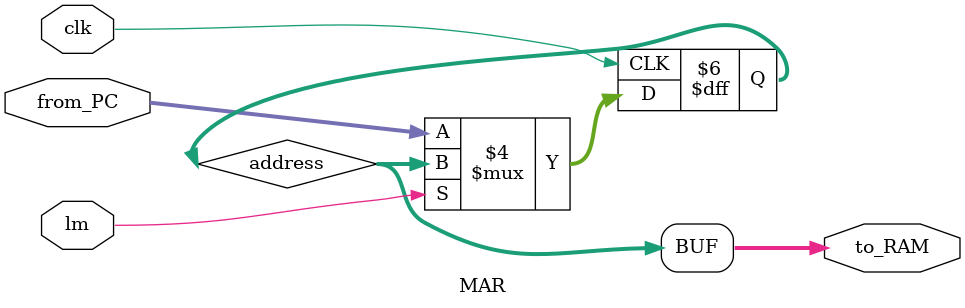
<source format=sv>

/*For the program counter, we will need a clock input as usual, a clear input for resetting the counter, a Ep input to indicate that on the next clock edge the value of the counter will be latched onto MAR, a Cp input to allow increment, an input and an output*/

module ProgramCounter(clk, reset, Ep, Cp, PCout);
  input clk, reset, Ep, Cp;
  output[7:0] PCout;
  
  reg[7:0] count_buffer = 8'bzzzzzzzz; //this is the value put on the bus when Ep is set
  reg[7:0] count;
  
  assign PCout = count_buffer; //write bus
  
  always@(negedge clk)
    begin
      if(Ep) //latch to MAR, send output of program counter on write bus
        begin
          count_buffer <= count; 
        end
      else if(Cp) //increment state
        begin
          count <= (count == 8'b1111_1111) ? 8'b0000_0000 : count + 8'b0000_0001;
        end
    end
   
  always@(negedge reset)
    begin
      if(~reset) count<=8'b0;
    end
  
endmodule

/*The memory adress register takes input from the Program counter and there is also an input lm. When it is high, the MAR sends the input taken from PC to the RAM.*/

module MAR(clk, lm, from_PC, to_RAM);
  
  input clk, lm;
  input [7:0]  from_PC;
  output [7:0] to_RAM;

  reg [7:0] address = 8'b0000_0000;

  assign to_RAM = address;

  always @(negedge clk) 
    begin
      if(~lm)
        begin
         address <= from_PC;
      end
   end
   
endmodule




















</source>
